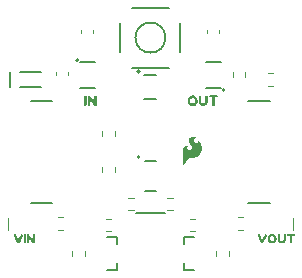
<source format=gto>
%TF.GenerationSoftware,KiCad,Pcbnew,8.0.5*%
%TF.CreationDate,2024-09-30T11:30:18+01:00*%
%TF.ProjectId,Soft_Power_Switch_USB-C,536f6674-5f50-46f7-9765-725f53776974,v01*%
%TF.SameCoordinates,Original*%
%TF.FileFunction,Legend,Top*%
%TF.FilePolarity,Positive*%
%FSLAX46Y46*%
G04 Gerber Fmt 4.6, Leading zero omitted, Abs format (unit mm)*
G04 Created by KiCad (PCBNEW 8.0.5) date 2024-09-30 11:30:18*
%MOMM*%
%LPD*%
G01*
G04 APERTURE LIST*
%ADD10C,0.203200*%
%ADD11C,0.000000*%
%ADD12C,0.120000*%
%ADD13C,0.200000*%
%ADD14C,0.127000*%
G04 APERTURE END LIST*
D10*
%TO.C,SW1*%
X10160000Y21112000D02*
X10160000Y23622000D01*
X11160000Y24892000D02*
X14240000Y24892000D01*
X14240000Y19812000D02*
X11160000Y19812000D01*
X15240000Y23592000D02*
X15240000Y21112000D01*
X13970000Y22352000D02*
G75*
G02*
X11430000Y22352000I-1270000J0D01*
G01*
X11430000Y22352000D02*
G75*
G02*
X13970000Y22352000I1270000J0D01*
G01*
D11*
%TO.C,G\u002A\u002A\u002A*%
G36*
X16348587Y13962204D02*
G01*
X16372502Y13960569D01*
X16395808Y13957709D01*
X16418456Y13953753D01*
X16440395Y13948825D01*
X16461579Y13943054D01*
X16481957Y13936567D01*
X16501480Y13929489D01*
X16520099Y13921949D01*
X16537766Y13914073D01*
X16554431Y13905987D01*
X16584557Y13889696D01*
X16610087Y13874091D01*
X16630628Y13860187D01*
X16645785Y13848999D01*
X16658383Y13838830D01*
X16651646Y13840279D01*
X16633122Y13843259D01*
X16620232Y13844680D01*
X16605345Y13845715D01*
X16588778Y13846106D01*
X16570848Y13845596D01*
X16551871Y13843929D01*
X16532164Y13840849D01*
X16512043Y13836099D01*
X16501927Y13833017D01*
X16491825Y13829421D01*
X16481779Y13825280D01*
X16471827Y13820561D01*
X16462010Y13815232D01*
X16452365Y13809261D01*
X16442935Y13802615D01*
X16433757Y13795264D01*
X16424871Y13787174D01*
X16416317Y13778314D01*
X16405766Y13766030D01*
X16396435Y13753535D01*
X16388377Y13740811D01*
X16381646Y13727841D01*
X16378794Y13721258D01*
X16376294Y13714608D01*
X16374151Y13707887D01*
X16372374Y13701095D01*
X16370968Y13694229D01*
X16369941Y13687286D01*
X16369298Y13680265D01*
X16369046Y13673163D01*
X16369192Y13665979D01*
X16369744Y13658710D01*
X16370706Y13651354D01*
X16372086Y13643909D01*
X16373891Y13636373D01*
X16376128Y13628743D01*
X16378802Y13621019D01*
X16381920Y13613196D01*
X16385490Y13605275D01*
X16389518Y13597251D01*
X16394010Y13589124D01*
X16398973Y13580891D01*
X16404415Y13572549D01*
X16410340Y13564098D01*
X16423671Y13546856D01*
X16435980Y13532725D01*
X16449566Y13518720D01*
X16464271Y13504972D01*
X16479936Y13491611D01*
X16496403Y13478770D01*
X16513512Y13466579D01*
X16531107Y13455170D01*
X16549029Y13444674D01*
X16567118Y13435221D01*
X16585217Y13426944D01*
X16603168Y13419973D01*
X16620811Y13414440D01*
X16637989Y13410475D01*
X16646354Y13409122D01*
X16654543Y13408211D01*
X16662536Y13407757D01*
X16670315Y13407778D01*
X16677857Y13408289D01*
X16685145Y13409307D01*
X16695003Y13411552D01*
X16704050Y13414482D01*
X16712320Y13418045D01*
X16719845Y13422194D01*
X16726657Y13426877D01*
X16732790Y13432046D01*
X16738276Y13437651D01*
X16743148Y13443643D01*
X16747437Y13449972D01*
X16751177Y13456588D01*
X16754401Y13463443D01*
X16757141Y13470486D01*
X16759429Y13477668D01*
X16761298Y13484940D01*
X16762781Y13492252D01*
X16763911Y13499554D01*
X16765239Y13513933D01*
X16765544Y13527679D01*
X16765087Y13540397D01*
X16764128Y13551691D01*
X16762928Y13561165D01*
X16761748Y13568422D01*
X16760491Y13574703D01*
X16780568Y13566958D01*
X16800743Y13556689D01*
X16820904Y13543988D01*
X16840942Y13528948D01*
X16880208Y13492213D01*
X16917659Y13447217D01*
X16952414Y13394692D01*
X16983594Y13335372D01*
X17010316Y13269990D01*
X17031700Y13199277D01*
X17046866Y13123968D01*
X17051841Y13084818D01*
X17054932Y13044795D01*
X17056027Y13003988D01*
X17055017Y12962490D01*
X17051792Y12920392D01*
X17046242Y12877787D01*
X17038255Y12834765D01*
X17027724Y12791418D01*
X17014536Y12747838D01*
X16998583Y12704116D01*
X16979754Y12660345D01*
X16957939Y12616615D01*
X16933028Y12573018D01*
X16904910Y12529646D01*
X16873005Y12485808D01*
X16839252Y12444199D01*
X16803629Y12404935D01*
X16766115Y12368134D01*
X16726686Y12333915D01*
X16685321Y12302394D01*
X16641997Y12273689D01*
X16596692Y12247919D01*
X16549383Y12225199D01*
X16500050Y12205649D01*
X16448668Y12189386D01*
X16395217Y12176526D01*
X16339673Y12167189D01*
X16282015Y12161491D01*
X16222221Y12159550D01*
X16160267Y12161484D01*
X16143891Y12162464D01*
X16128058Y12162635D01*
X16112732Y12162011D01*
X16097878Y12160608D01*
X16083461Y12158439D01*
X16069445Y12155519D01*
X16055795Y12151865D01*
X16042475Y12147489D01*
X16029451Y12142407D01*
X16016688Y12136634D01*
X16004149Y12130185D01*
X15991799Y12123074D01*
X15967528Y12106926D01*
X15943592Y12088310D01*
X15919707Y12067342D01*
X15895593Y12044142D01*
X15870966Y12018828D01*
X15845544Y11991518D01*
X15730261Y11864687D01*
X15673677Y11803281D01*
X15620503Y11743993D01*
X15572014Y11688695D01*
X15529484Y11639257D01*
X15494186Y11597549D01*
X15467396Y11565442D01*
X15444435Y11537512D01*
X15444435Y12758453D01*
X15443973Y12782664D01*
X15444160Y12805969D01*
X15444977Y12828386D01*
X15446409Y12849932D01*
X15448439Y12870627D01*
X15451050Y12890488D01*
X15454225Y12909535D01*
X15457948Y12927785D01*
X15462202Y12945257D01*
X15466969Y12961969D01*
X15472234Y12977941D01*
X15477980Y12993189D01*
X15484189Y13007733D01*
X15490846Y13021591D01*
X15497933Y13034781D01*
X15505434Y13047322D01*
X15513332Y13059233D01*
X15521610Y13070531D01*
X15530251Y13081235D01*
X15539239Y13091363D01*
X15548558Y13100935D01*
X15558189Y13109968D01*
X15568118Y13118480D01*
X15578326Y13126490D01*
X15588797Y13134017D01*
X15599514Y13141079D01*
X15610462Y13147694D01*
X15621622Y13153881D01*
X15644514Y13165044D01*
X15668057Y13174715D01*
X15681271Y13179426D01*
X15694342Y13183565D01*
X15707251Y13187161D01*
X15719981Y13190239D01*
X15732514Y13192829D01*
X15744831Y13194957D01*
X15756914Y13196652D01*
X15768745Y13197941D01*
X15780307Y13198853D01*
X15791580Y13199413D01*
X15802547Y13199651D01*
X15813189Y13199594D01*
X15823490Y13199270D01*
X15833429Y13198707D01*
X15852154Y13196971D01*
X15869218Y13194610D01*
X15884478Y13191845D01*
X15897788Y13188897D01*
X15909003Y13185988D01*
X15917978Y13183340D01*
X15924568Y13181174D01*
X15930014Y13179175D01*
X15913190Y13172319D01*
X15895304Y13163994D01*
X15884910Y13158679D01*
X15873898Y13152624D01*
X15862530Y13145848D01*
X15851068Y13138371D01*
X15839774Y13130216D01*
X15828910Y13121401D01*
X15818739Y13111948D01*
X15813994Y13106988D01*
X15809521Y13101877D01*
X15805352Y13096616D01*
X15801520Y13091208D01*
X15798058Y13085656D01*
X15794998Y13079962D01*
X15792008Y13073087D01*
X15789570Y13065974D01*
X15787681Y13058650D01*
X15786342Y13051141D01*
X15785549Y13043472D01*
X15785303Y13035671D01*
X15785600Y13027764D01*
X15786440Y13019777D01*
X15787822Y13011736D01*
X15789743Y13003667D01*
X15792203Y12995598D01*
X15795199Y12987554D01*
X15798731Y12979561D01*
X15802796Y12971646D01*
X15807394Y12963836D01*
X15812523Y12956156D01*
X15818181Y12948633D01*
X15824367Y12941292D01*
X15831080Y12934162D01*
X15838317Y12927267D01*
X15846078Y12920634D01*
X15854361Y12914289D01*
X15863165Y12908260D01*
X15872487Y12902571D01*
X15882328Y12897249D01*
X15892684Y12892321D01*
X15903555Y12887813D01*
X15914939Y12883752D01*
X15926835Y12880163D01*
X15939241Y12877072D01*
X15952155Y12874507D01*
X15965577Y12872494D01*
X15985407Y12870607D01*
X16004916Y12870069D01*
X16024041Y12870833D01*
X16042722Y12872851D01*
X16060897Y12876078D01*
X16078505Y12880465D01*
X16095485Y12885967D01*
X16111773Y12892535D01*
X16127311Y12900123D01*
X16142035Y12908685D01*
X16155884Y12918172D01*
X16168797Y12928538D01*
X16180713Y12939737D01*
X16191569Y12951720D01*
X16201305Y12964442D01*
X16209859Y12977855D01*
X16217169Y12991912D01*
X16223174Y13006566D01*
X16227813Y13021771D01*
X16231023Y13037479D01*
X16232745Y13053643D01*
X16232915Y13070216D01*
X16231473Y13087152D01*
X16228357Y13104403D01*
X16223506Y13121923D01*
X16216858Y13139664D01*
X16208352Y13157580D01*
X16197926Y13175623D01*
X16185519Y13193746D01*
X16171069Y13211903D01*
X16154515Y13230047D01*
X16135795Y13248130D01*
X16093790Y13288342D01*
X16055782Y13329140D01*
X16038356Y13349715D01*
X16022026Y13370384D01*
X16006824Y13391129D01*
X15992780Y13411933D01*
X15979928Y13432778D01*
X15968299Y13453647D01*
X15957925Y13474522D01*
X15948839Y13495386D01*
X15941072Y13516222D01*
X15934656Y13537011D01*
X15929623Y13557736D01*
X15926006Y13578380D01*
X15923836Y13598924D01*
X15923146Y13619353D01*
X15923966Y13639647D01*
X15926331Y13659791D01*
X15930270Y13679765D01*
X15935817Y13699552D01*
X15943003Y13719136D01*
X15951860Y13738498D01*
X15962421Y13757620D01*
X15974718Y13776487D01*
X15988781Y13795079D01*
X16004644Y13813379D01*
X16022339Y13831370D01*
X16041896Y13849035D01*
X16063350Y13866355D01*
X16086730Y13883313D01*
X16114038Y13900898D01*
X16141227Y13915990D01*
X16168248Y13928716D01*
X16195053Y13939203D01*
X16221592Y13947577D01*
X16247817Y13953966D01*
X16273678Y13958496D01*
X16299126Y13961295D01*
X16324112Y13962488D01*
X16348587Y13962204D01*
G37*
D12*
%TO.C,D3*%
X24768000Y6104000D02*
X24768000Y7104000D01*
%TO.C,D2*%
X632000Y7104000D02*
X632000Y6104000D01*
D10*
%TO.C,C2*%
X11450000Y7480000D02*
X13950000Y7480000D01*
%TO.C,Q3*%
X12270600Y11938000D02*
X13129400Y11938000D01*
X13129400Y9398000D02*
X12270600Y9398000D01*
D13*
X11784000Y12268200D02*
G75*
G02*
X11584000Y12268200I-100000J0D01*
G01*
X11584000Y12268200D02*
G75*
G02*
X11784000Y12268200I100000J0D01*
G01*
D14*
%TO.C,U2*%
X7966000Y20277000D02*
X6766000Y20277000D01*
X7966000Y18077000D02*
X6766000Y18077000D01*
D13*
X6616000Y20427000D02*
G75*
G02*
X6416000Y20427000I-100000J0D01*
G01*
X6416000Y20427000D02*
G75*
G02*
X6616000Y20427000I100000J0D01*
G01*
D12*
%TO.C,R8*%
X19318500Y4301258D02*
X19318500Y3826742D01*
X18273500Y4301258D02*
X18273500Y3826742D01*
%TO.C,R4*%
X20082742Y7126500D02*
X20557258Y7126500D01*
X20082742Y6081500D02*
X20557258Y6081500D01*
%TO.C,R1*%
X19670500Y19003742D02*
X19670500Y19478258D01*
X20715500Y19003742D02*
X20715500Y19478258D01*
%TO.C,R11*%
X9666500Y11413258D02*
X9666500Y10938742D01*
X8621500Y11413258D02*
X8621500Y10938742D01*
D10*
%TO.C,Q1*%
X9844000Y5464000D02*
X9044000Y5464000D01*
X9844000Y4864000D02*
X9844000Y5464000D01*
X9844000Y3264000D02*
X9844000Y2664000D01*
X9844000Y2664000D02*
X9044000Y2664000D01*
D12*
%TO.C,R6*%
X7126500Y4301258D02*
X7126500Y3826742D01*
X6081500Y4301258D02*
X6081500Y3826742D01*
D10*
%TO.C,J2*%
X20996000Y8380000D02*
X22796000Y8380000D01*
X20996000Y17020000D02*
X22796000Y17020000D01*
D12*
%TO.C,R3*%
X5317258Y6081500D02*
X4842742Y6081500D01*
X5317258Y7126500D02*
X4842742Y7126500D01*
%TO.C,C4*%
X17524000Y22719420D02*
X17524000Y23000580D01*
X18544000Y22719420D02*
X18544000Y23000580D01*
%TO.C,R5*%
X8906742Y6999500D02*
X9381258Y6999500D01*
X8906742Y5954500D02*
X9381258Y5954500D01*
%TO.C,C3*%
X6856000Y22719420D02*
X6856000Y23000580D01*
X7876000Y22719420D02*
X7876000Y23000580D01*
D10*
%TO.C,U4*%
X13208000Y19177000D02*
X12192000Y19177000D01*
X13208000Y17145000D02*
X12192000Y17145000D01*
D13*
X11784000Y19494500D02*
G75*
G02*
X11584000Y19494500I-100000J0D01*
G01*
X11584000Y19494500D02*
G75*
G02*
X11784000Y19494500I100000J0D01*
G01*
D10*
%TO.C,D1*%
X770000Y19421000D02*
X770000Y18171000D01*
X1640000Y19421000D02*
X3440000Y19421000D01*
X1640000Y18171000D02*
X3440000Y18171000D01*
D12*
%TO.C,R7*%
X16018742Y6999500D02*
X16493258Y6999500D01*
X16018742Y5954500D02*
X16493258Y5954500D01*
D14*
%TO.C,U3*%
X17434000Y18077000D02*
X18634000Y18077000D01*
X17434000Y20277000D02*
X18634000Y20277000D01*
D13*
X18984000Y17927000D02*
G75*
G02*
X18784000Y17927000I-100000J0D01*
G01*
X18784000Y17927000D02*
G75*
G02*
X18984000Y17927000I100000J0D01*
G01*
D12*
%TO.C,R2*%
X22622742Y19318500D02*
X23097258Y19318500D01*
X22622742Y18273500D02*
X23097258Y18273500D01*
D10*
%TO.C,J1*%
X4404000Y17020000D02*
X2604000Y17020000D01*
X4404000Y8380000D02*
X2604000Y8380000D01*
D12*
%TO.C,R12*%
X8621500Y13986742D02*
X8621500Y14461258D01*
X9666500Y13986742D02*
X9666500Y14461258D01*
%TO.C,R9*%
X14113742Y8777500D02*
X14588258Y8777500D01*
X14113742Y7732500D02*
X14588258Y7732500D01*
%TO.C,C1*%
X4697000Y19163420D02*
X4697000Y19444580D01*
X5717000Y19163420D02*
X5717000Y19444580D01*
%TO.C,R10*%
X11286258Y7732500D02*
X10811742Y7732500D01*
X11286258Y8777500D02*
X10811742Y8777500D01*
D10*
%TO.C,Q2*%
X15556000Y2664000D02*
X16356000Y2664000D01*
X15556000Y3264000D02*
X15556000Y2664000D01*
X15556000Y4864000D02*
X15556000Y5464000D01*
X15556000Y5464000D02*
X16356000Y5464000D01*
D11*
%TO.C,kibuzzard-65F1758C*%
G36*
X7258348Y17443351D02*
G01*
X7290792Y17410311D01*
X7296745Y17348398D01*
X7296745Y16686411D01*
X7294959Y16644739D01*
X7283648Y16613783D01*
X7252097Y16589673D01*
X7190780Y16581636D01*
X7124700Y16592947D01*
X7093148Y16626880D01*
X7086005Y16687602D01*
X7086005Y17349589D01*
X7087791Y17390666D01*
X7099102Y17422217D01*
X7130653Y17446327D01*
X7191970Y17454364D01*
X7258348Y17443351D01*
G37*
G36*
X8101013Y17447220D02*
G01*
X8131969Y17432933D01*
X8146852Y17407930D01*
X8153995Y17347208D01*
X8153995Y16686411D01*
X8152209Y16644739D01*
X8140898Y16613783D01*
X8109347Y16589673D01*
X8048030Y16581636D01*
X7983736Y16588780D01*
X7953970Y16611402D01*
X7869767Y16723585D01*
X7795749Y16822010D01*
X7731919Y16906677D01*
X7678274Y16977585D01*
X7634817Y17034735D01*
X7601545Y17078127D01*
X7601545Y16686411D01*
X7599759Y16644739D01*
X7588448Y16613783D01*
X7556897Y16589673D01*
X7495580Y16581636D01*
X7436048Y16589673D01*
X7405092Y16613783D01*
X7393781Y16645930D01*
X7391995Y16687602D01*
X7391995Y17351970D01*
X7403306Y17418050D01*
X7437239Y17446030D01*
X7495580Y17453173D01*
X7552134Y17446625D01*
X7581305Y17431742D01*
X7608689Y17400786D01*
X7687799Y17293332D01*
X7757649Y17198777D01*
X7818239Y17117120D01*
X7869568Y17048361D01*
X7911637Y16992501D01*
X7944445Y16949539D01*
X7944445Y17351970D01*
X7955756Y17418050D01*
X7989689Y17446030D01*
X8046244Y17453173D01*
X8101013Y17447220D01*
G37*
%TO.C,kibuzzard-65F0636B*%
G36*
X24940518Y5721370D02*
G01*
X24961949Y5696188D01*
X24967307Y5651183D01*
X24961949Y5606713D01*
X24943733Y5583674D01*
X24889083Y5574030D01*
X24684415Y5574030D01*
X24684415Y5035034D01*
X24682807Y4998601D01*
X24673163Y4971276D01*
X24644767Y4949309D01*
X24591189Y4942880D01*
X24538146Y4949309D01*
X24510286Y4971276D01*
X24500642Y4999137D01*
X24499034Y5036106D01*
X24499034Y5574030D01*
X24293294Y5574030D01*
X24242931Y5582067D01*
X24221500Y5607248D01*
X24216142Y5652254D01*
X24221500Y5696724D01*
X24239716Y5719763D01*
X24294366Y5729407D01*
X24890155Y5729407D01*
X24940518Y5721370D01*
G37*
G36*
X22512357Y5716548D02*
G01*
X22559774Y5683865D01*
X22575580Y5647968D01*
X22559506Y5596533D01*
X22263755Y4996458D01*
X22227857Y4958417D01*
X22178030Y4943951D01*
X22167314Y4943951D01*
X22116415Y4958417D01*
X22080518Y4996458D01*
X21784766Y5596533D01*
X21768693Y5647968D01*
X21784499Y5683865D01*
X21831915Y5716548D01*
X21886029Y5734764D01*
X21914425Y5730478D01*
X21932642Y5715476D01*
X21950323Y5687080D01*
X21964655Y5657076D01*
X21991578Y5598140D01*
X22026002Y5522461D01*
X22062837Y5442228D01*
X22099806Y5361995D01*
X22134632Y5286315D01*
X22161019Y5229121D01*
X22172672Y5204341D01*
X22386985Y5673685D01*
X22401986Y5705832D01*
X22449135Y5734764D01*
X22512357Y5716548D01*
G37*
G36*
X24108985Y5724049D02*
G01*
X24136846Y5711190D01*
X24150776Y5688687D01*
X24157206Y5632966D01*
X24157206Y5309354D01*
X24151714Y5240238D01*
X24135239Y5174337D01*
X24107780Y5111651D01*
X24069338Y5052179D01*
X24020314Y5002753D01*
X23958967Y4963775D01*
X23887842Y4938459D01*
X23809484Y4930021D01*
X23731260Y4938593D01*
X23660537Y4964311D01*
X23599859Y5003959D01*
X23551773Y5054322D01*
X23513799Y5112990D01*
X23486676Y5175409D01*
X23470401Y5241578D01*
X23464976Y5311497D01*
X23464976Y5634038D01*
X23466584Y5672078D01*
X23476764Y5700474D01*
X23505696Y5722977D01*
X23560345Y5729407D01*
X23614995Y5722977D01*
X23642856Y5700474D01*
X23655715Y5632966D01*
X23655715Y5311497D01*
X23663751Y5247739D01*
X23687861Y5187196D01*
X23736082Y5138976D01*
X23812163Y5120759D01*
X23880475Y5135225D01*
X23928963Y5178623D01*
X23957895Y5241042D01*
X23967539Y5312569D01*
X23967539Y5640467D01*
X23978255Y5699403D01*
X24009330Y5722977D01*
X24060229Y5729407D01*
X24108985Y5724049D01*
G37*
G36*
X23079817Y5730813D02*
G01*
X23151276Y5709315D01*
X23217512Y5673484D01*
X23278525Y5623322D01*
X23329625Y5562544D01*
X23366125Y5494868D01*
X23388025Y5420294D01*
X23395325Y5338822D01*
X23388360Y5257048D01*
X23367464Y5181570D01*
X23332638Y5112387D01*
X23283882Y5049500D01*
X23224946Y4997228D01*
X23159581Y4959891D01*
X23087786Y4937488D01*
X23009562Y4930021D01*
X23007419Y4930222D01*
X22931171Y4937388D01*
X22858874Y4959489D01*
X22792671Y4996324D01*
X22732563Y5047893D01*
X22682635Y5109642D01*
X22646972Y5177016D01*
X22625575Y5250016D01*
X22618442Y5328642D01*
X22618942Y5334000D01*
X22808109Y5334000D01*
X22814955Y5274409D01*
X22835493Y5222796D01*
X22869723Y5179159D01*
X22934955Y5134555D01*
X23007419Y5119687D01*
X23079750Y5134154D01*
X23144579Y5177552D01*
X23178512Y5220533D01*
X23198872Y5272326D01*
X23205658Y5332928D01*
X23198812Y5393650D01*
X23178274Y5445800D01*
X23144043Y5489377D01*
X23078812Y5533579D01*
X23006348Y5548313D01*
X22934017Y5533445D01*
X22869188Y5488841D01*
X22835255Y5445204D01*
X22814895Y5393591D01*
X22808109Y5334000D01*
X22618942Y5334000D01*
X22626479Y5414769D01*
X22650589Y5495270D01*
X22688094Y5566663D01*
X22736314Y5625465D01*
X22793910Y5672346D01*
X22859544Y5707975D01*
X22930267Y5730478D01*
X23003133Y5737979D01*
X23079817Y5730813D01*
G37*
%TO.C,kibuzzard-65F0634B*%
G36*
X2139424Y5713601D02*
G01*
X2168624Y5683865D01*
X2173982Y5628144D01*
X2173982Y5032355D01*
X2172375Y4994850D01*
X2162195Y4966990D01*
X2133798Y4945291D01*
X2078613Y4938058D01*
X2019141Y4948237D01*
X1990745Y4978777D01*
X1984315Y5033427D01*
X1984315Y5629215D01*
X1985923Y5666184D01*
X1996103Y5694581D01*
X2024499Y5716280D01*
X2079685Y5723513D01*
X2139424Y5713601D01*
G37*
G36*
X1862157Y5711726D02*
G01*
X1909574Y5679043D01*
X1925380Y5643146D01*
X1909306Y5591711D01*
X1613555Y4991636D01*
X1577657Y4953595D01*
X1527830Y4939129D01*
X1517114Y4939129D01*
X1466215Y4953595D01*
X1430318Y4991636D01*
X1134566Y5591711D01*
X1118493Y5643146D01*
X1134299Y5679043D01*
X1181715Y5711726D01*
X1235829Y5729942D01*
X1264225Y5725656D01*
X1282442Y5710654D01*
X1300123Y5682258D01*
X1314455Y5652254D01*
X1341378Y5593318D01*
X1375802Y5517639D01*
X1412637Y5437406D01*
X1449606Y5357173D01*
X1484432Y5281493D01*
X1510819Y5224299D01*
X1522472Y5199519D01*
X1736785Y5668863D01*
X1751786Y5701010D01*
X1798935Y5729942D01*
X1862157Y5711726D01*
G37*
G36*
X2897823Y5717084D02*
G01*
X2925683Y5704225D01*
X2939078Y5681722D01*
X2945507Y5627072D01*
X2945507Y5032355D01*
X2943900Y4994850D01*
X2933720Y4966990D01*
X2905323Y4945291D01*
X2850138Y4938058D01*
X2792274Y4944487D01*
X2765485Y4964847D01*
X2689701Y5065812D01*
X2623086Y5154394D01*
X2565638Y5230594D01*
X2517358Y5294412D01*
X2478246Y5345847D01*
X2448302Y5384899D01*
X2448302Y5032355D01*
X2446695Y4994850D01*
X2436515Y4966990D01*
X2408118Y4945291D01*
X2352933Y4938058D01*
X2299355Y4945291D01*
X2271494Y4966990D01*
X2261314Y4995922D01*
X2259707Y5033427D01*
X2259707Y5631359D01*
X2269887Y5690830D01*
X2300426Y5716012D01*
X2352933Y5722441D01*
X2403832Y5716548D01*
X2430085Y5703153D01*
X2454731Y5675293D01*
X2525931Y5578584D01*
X2588796Y5493484D01*
X2643326Y5419993D01*
X2689523Y5358110D01*
X2727385Y5307836D01*
X2756912Y5269170D01*
X2756912Y5631359D01*
X2767092Y5690830D01*
X2797631Y5716012D01*
X2848531Y5722441D01*
X2897823Y5717084D01*
G37*
%TO.C,kibuzzard-65F174FD*%
G36*
X18420159Y17448411D02*
G01*
X18443972Y17420431D01*
X18449925Y17370425D01*
X18443972Y17321014D01*
X18423731Y17295416D01*
X18363009Y17284700D01*
X18135600Y17284700D01*
X18135600Y16685816D01*
X18133814Y16645334D01*
X18123098Y16614973D01*
X18091547Y16590566D01*
X18032016Y16583422D01*
X17973080Y16590566D01*
X17942123Y16614973D01*
X17931408Y16645930D01*
X17929622Y16687006D01*
X17929622Y17284700D01*
X17701022Y17284700D01*
X17645063Y17293630D01*
X17621250Y17321609D01*
X17615297Y17371616D01*
X17621250Y17421027D01*
X17641491Y17446625D01*
X17702213Y17457341D01*
X18364200Y17457341D01*
X18420159Y17448411D01*
G37*
G36*
X17496234Y17451387D02*
G01*
X17527191Y17437100D01*
X17542669Y17412097D01*
X17549812Y17350184D01*
X17549812Y16990616D01*
X17543711Y16913820D01*
X17525405Y16840597D01*
X17494895Y16770945D01*
X17452181Y16704866D01*
X17397710Y16649948D01*
X17329547Y16606639D01*
X17250519Y16578511D01*
X17163455Y16569134D01*
X17076539Y16578659D01*
X16997958Y16607234D01*
X16930539Y16651288D01*
X16877109Y16707247D01*
X16834917Y16772434D01*
X16804779Y16841787D01*
X16786696Y16915309D01*
X16780669Y16992997D01*
X16780669Y17351375D01*
X16782455Y17393642D01*
X16793766Y17425194D01*
X16825913Y17450197D01*
X16886634Y17457341D01*
X16947356Y17450197D01*
X16978313Y17425194D01*
X16992600Y17350184D01*
X16992600Y16992997D01*
X17001530Y16922155D01*
X17028319Y16854884D01*
X17081897Y16801306D01*
X17166431Y16781066D01*
X17242334Y16797139D01*
X17296209Y16845359D01*
X17328356Y16914713D01*
X17339072Y16994187D01*
X17339072Y17358519D01*
X17350978Y17424003D01*
X17385506Y17450197D01*
X17442061Y17457341D01*
X17496234Y17451387D01*
G37*
G36*
X16352713Y17458903D02*
G01*
X16432113Y17435016D01*
X16505709Y17395205D01*
X16573500Y17339469D01*
X16630278Y17271938D01*
X16670834Y17196743D01*
X16695167Y17113883D01*
X16703278Y17023358D01*
X16695539Y16932498D01*
X16672322Y16848634D01*
X16633627Y16771764D01*
X16579453Y16701889D01*
X16513969Y16643809D01*
X16441341Y16602323D01*
X16361569Y16577432D01*
X16274653Y16569134D01*
X16272272Y16569358D01*
X16187551Y16577320D01*
X16107221Y16601877D01*
X16033663Y16642804D01*
X15966877Y16700103D01*
X15911401Y16768713D01*
X15871775Y16843573D01*
X15848000Y16924685D01*
X15840075Y17012047D01*
X15840631Y17018000D01*
X16050816Y17018000D01*
X16058422Y16951788D01*
X16081243Y16894440D01*
X16119277Y16845955D01*
X16191756Y16796395D01*
X16272272Y16779875D01*
X16352639Y16795948D01*
X16424672Y16844169D01*
X16462375Y16891926D01*
X16484997Y16949473D01*
X16492537Y17016809D01*
X16484931Y17084278D01*
X16462110Y17142222D01*
X16424077Y17190641D01*
X16351597Y17239754D01*
X16271081Y17256125D01*
X16190714Y17239605D01*
X16118681Y17190045D01*
X16080978Y17141560D01*
X16058356Y17084212D01*
X16050816Y17018000D01*
X15840631Y17018000D01*
X15849005Y17107743D01*
X15875794Y17197189D01*
X15917466Y17276514D01*
X15971044Y17341850D01*
X16035040Y17393940D01*
X16107966Y17433528D01*
X16186547Y17458531D01*
X16267509Y17466866D01*
X16352713Y17458903D01*
G37*
%TD*%
M02*

</source>
